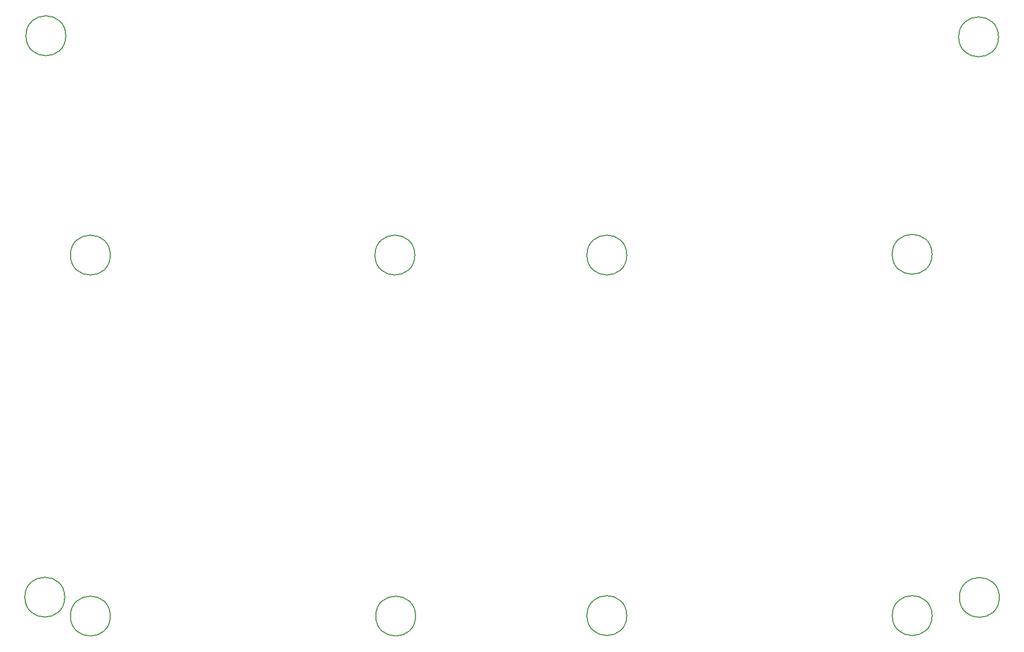
<source format=gbr>
G04 #@! TF.GenerationSoftware,KiCad,Pcbnew,5.0.2-bee76a0~70~ubuntu18.04.1*
G04 #@! TF.CreationDate,2019-05-15T21:37:28+02:00*
G04 #@! TF.ProjectId,networkScanner,6e657477-6f72-46b5-9363-616e6e65722e,rev?*
G04 #@! TF.SameCoordinates,Original*
G04 #@! TF.FileFunction,Other,Comment*
%FSLAX46Y46*%
G04 Gerber Fmt 4.6, Leading zero omitted, Abs format (unit mm)*
G04 Created by KiCad (PCBNEW 5.0.2-bee76a0~70~ubuntu18.04.1) date Mi 15 Mai 2019 21:37:28 CEST*
%MOMM*%
%LPD*%
G01*
G04 APERTURE LIST*
%ADD10C,0.150000*%
G04 APERTURE END LIST*
D10*
G04 #@! TO.C,REF\002A\002A*
X148356000Y-90234000D02*
G75*
G03X148356000Y-90234000I-3200000J0D01*
G01*
X197378000Y-148146000D02*
G75*
G03X197378000Y-148146000I-3200000J0D01*
G01*
X148356000Y-148146000D02*
G75*
G03X148356000Y-148146000I-3200000J0D01*
G01*
X197378000Y-90107000D02*
G75*
G03X197378000Y-90107000I-3200000J0D01*
G01*
X208046000Y-55182000D02*
G75*
G03X208046000Y-55182000I-3200000J0D01*
G01*
X208173000Y-145225000D02*
G75*
G03X208173000Y-145225000I-3200000J0D01*
G01*
X65425000Y-90234000D02*
G75*
G03X65425000Y-90234000I-3200000J0D01*
G01*
X114320000Y-90234000D02*
G75*
G03X114320000Y-90234000I-3200000J0D01*
G01*
X114447000Y-148222000D02*
G75*
G03X114447000Y-148222000I-3200000J0D01*
G01*
X65425000Y-148222000D02*
G75*
G03X65425000Y-148222000I-3200000J0D01*
G01*
X58106000Y-145178000D02*
G75*
G03X58106000Y-145178000I-3200000J0D01*
G01*
X58280000Y-55004000D02*
G75*
G03X58280000Y-55004000I-3200000J0D01*
G01*
G04 #@! TD*
M02*

</source>
